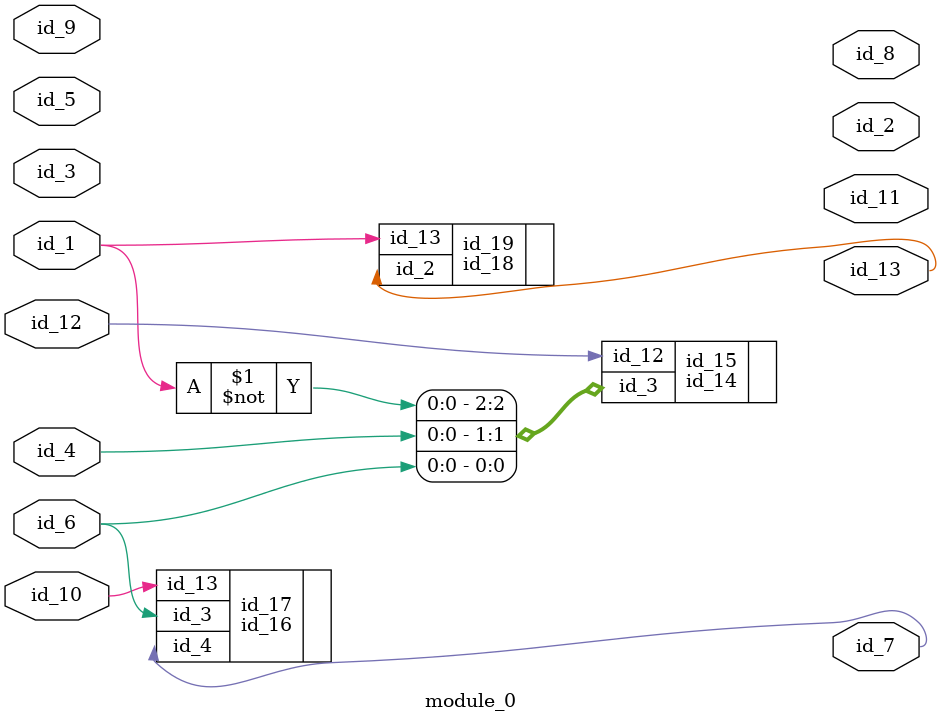
<source format=v>
module module_0 (
    id_1,
    id_2,
    id_3,
    id_4,
    id_5,
    id_6,
    id_7,
    id_8,
    id_9,
    id_10,
    id_11,
    id_12,
    id_13
);
  output id_13;
  input id_12;
  output id_11;
  input id_10;
  input id_9;
  output id_8;
  output id_7;
  input id_6;
  input id_5;
  input id_4;
  input id_3;
  output id_2;
  input id_1;
  id_14 id_15 (
      .id_3 (({{~id_1, id_4}, id_6})),
      .id_12(id_12)
  );
  id_16 id_17 (
      .id_4 (id_7),
      .id_3 (id_6),
      .id_13(id_10)
  );
  id_18 id_19 (
      .id_2 (id_13),
      .id_13(id_1)
  );
endmodule

</source>
